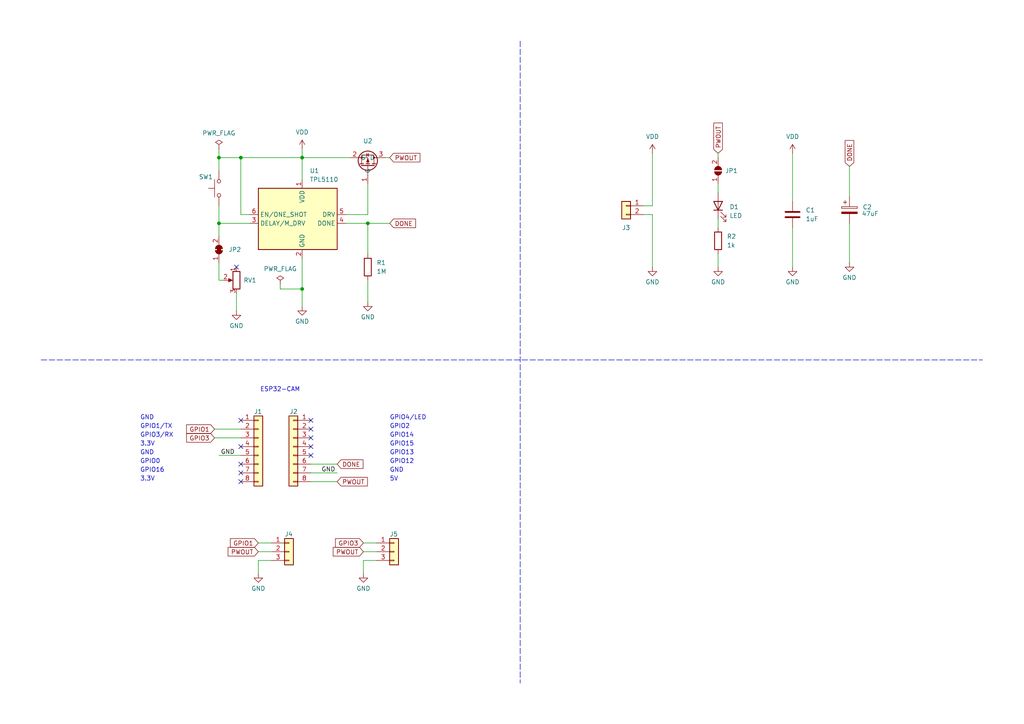
<source format=kicad_sch>
(kicad_sch (version 20230121) (generator eeschema)
  (paper "A4")
  (title_block (title "TPL ESP32-CAM Shield") (date "2024-03-05") (rev "v0.1") (company "CRCibernetica") (comment 1 "Author: Ricardo Mena C"))
  (lib_symbols
    (symbol "Connector_Generic:Conn_01x02" (pin_names (offset 1.016) hide)
      (property "Reference" "J" (at 0 2.54 0))
      (property "Value" "Conn_01x02" (at 0 -5.08 0))
      (symbol "Conn_01x02_1_1"
        (rectangle (start -1.27 -2.413) (end 0 -2.667) (stroke (width 0.1524)))
        (rectangle (start -1.27 0.127) (end 0 -0.127) (stroke (width 0.1524)))
        (rectangle (start -1.27 1.27) (end 1.27 -3.81) (stroke (width 0.254)) (fill (type background)))
        (pin passive line (at -5.08 0 0) (length 3.81) (name "Pin_1") (number "1"))
        (pin passive line (at -5.08 -2.54 0) (length 3.81) (name "Pin_2") (number "2"))
      )
    )
    (symbol "Connector_Generic:Conn_01x03" (pin_names (offset 1.016) hide)
      (property "Reference" "J" (at 0 5.08 0))
      (property "Value" "Conn_01x03" (at 0 -5.08 0))
      (symbol "Conn_01x03_1_1"
        (rectangle (start -1.27 -2.413) (end 0 -2.667) (stroke (width 0.1524)))
        (rectangle (start -1.27 0.127) (end 0 -0.127) (stroke (width 0.1524)))
        (rectangle (start -1.27 2.667) (end 0 2.413) (stroke (width 0.1524)))
        (rectangle (start -1.27 3.81) (end 1.27 -3.81) (stroke (width 0.254)) (fill (type background)))
        (pin passive line (at -5.08 2.54 0) (length 3.81) (name "Pin_1") (number "1"))
        (pin passive line (at -5.08 0 0) (length 3.81) (name "Pin_2") (number "2"))
        (pin passive line (at -5.08 -2.54 0) (length 3.81) (name "Pin_3") (number "3"))
      )
    )
    (symbol "Connector_Generic:Conn_01x08" (pin_names (offset 1.016) hide)
      (property "Reference" "J" (at 0 10.16 0))
      (property "Value" "Conn_01x08" (at 0 -12.7 0))
      (symbol "Conn_01x08_1_1"
        (rectangle (start -1.27 -10.033) (end 0 -10.287) (stroke (width 0.1524)))
        (rectangle (start -1.27 -7.493) (end 0 -7.747) (stroke (width 0.1524)))
        (rectangle (start -1.27 -4.953) (end 0 -5.207) (stroke (width 0.1524)))
        (rectangle (start -1.27 -2.413) (end 0 -2.667) (stroke (width 0.1524)))
        (rectangle (start -1.27 0.127) (end 0 -0.127) (stroke (width 0.1524)))
        (rectangle (start -1.27 2.667) (end 0 2.413) (stroke (width 0.1524)))
        (rectangle (start -1.27 5.207) (end 0 4.953) (stroke (width 0.1524)))
        (rectangle (start -1.27 7.747) (end 0 7.493) (stroke (width 0.1524)))
        (rectangle (start -1.27 8.89) (end 1.27 -11.43) (stroke (width 0.254)) (fill (type background)))
        (pin passive line (at -5.08 7.62 0) (length 3.81) (name "Pin_1") (number "1"))
        (pin passive line (at -5.08 5.08 0) (length 3.81) (name "Pin_2") (number "2"))
        (pin passive line (at -5.08 2.54 0) (length 3.81) (name "Pin_3") (number "3"))
        (pin passive line (at -5.08 0 0) (length 3.81) (name "Pin_4") (number "4"))
        (pin passive line (at -5.08 -2.54 0) (length 3.81) (name "Pin_5") (number "5"))
        (pin passive line (at -5.08 -5.08 0) (length 3.81) (name "Pin_6") (number "6"))
        (pin passive line (at -5.08 -7.62 0) (length 3.81) (name "Pin_7") (number "7"))
        (pin passive line (at -5.08 -10.16 0) (length 3.81) (name "Pin_8") (number "8"))
      )
    )
    (symbol "Device:C" (pin_numbers hide) (pin_names (offset 0.254))
      (property "Reference" "C" (at 0.635 2.54 0))
      (property "Value" "C" (at 0.635 -2.54 0))
      (symbol "C_0_1"
        (polyline (pts (xy -2.032 -0.762) (xy 2.032 -0.762)) (stroke (width 0.508)))
        (polyline (pts (xy -2.032 0.762) (xy 2.032 0.762)) (stroke (width 0.508)))
      )
      (symbol "C_1_1"
        (pin passive line (at 0 3.81 270) (length 2.794) (name "~") (number "1"))
        (pin passive line (at 0 -3.81 90) (length 2.794) (name "~") (number "2"))
      )
    )
    (symbol "Device:C_Polarized" (pin_numbers hide) (pin_names (offset 0.254))
      (property "Reference" "C" (at 0.635 2.54 0))
      (property "Value" "C_Polarized" (at 0.635 -2.54 0))
      (symbol "C_Polarized_0_1"
        (rectangle (start -2.286 0.508) (end 2.286 1.016))
        (polyline (pts (xy -1.778 2.286) (xy -0.762 2.286)))
        (polyline (pts (xy -1.27 2.794) (xy -1.27 1.778)))
        (rectangle (start 2.286 -0.508) (end -2.286 -1.016) (fill (type outline)))
      )
      (symbol "C_Polarized_1_1"
        (pin passive line (at 0 3.81 270) (length 2.794) (name "~") (number "1"))
        (pin passive line (at 0 -3.81 90) (length 2.794) (name "~") (number "2"))
      )
    )
    (symbol "Device:LED" (pin_numbers hide) (pin_names (offset 1.016) hide)
      (property "Reference" "D" (at 0 2.54 0))
      (property "Value" "LED" (at 0 -2.54 0))
      (symbol "LED_0_1"
        (polyline (pts (xy -1.27 -1.27) (xy -1.27 1.27)) (stroke (width 0.254)))
        (polyline (pts (xy -1.27 0) (xy 1.27 0)))
        (polyline (pts (xy 1.27 -1.27) (xy 1.27 1.27) (xy -1.27 0) (xy 1.27 -1.27)) (stroke (width 0.254)))
        (polyline (pts (xy -3.048 -0.762) (xy -4.572 -2.286) (xy -3.81 -2.286) (xy -4.572 -2.286) (xy -4.572 -1.524)))
        (polyline (pts (xy -1.778 -0.762) (xy -3.302 -2.286) (xy -2.54 -2.286) (xy -3.302 -2.286) (xy -3.302 -1.524)))
      )
      (symbol "LED_1_1"
        (pin passive line (at -3.81 0 0) (length 2.54) (name "K") (number "1"))
        (pin passive line (at 3.81 0 180) (length 2.54) (name "A") (number "2"))
      )
    )
    (symbol "Device:R" (pin_numbers hide) (pin_names (offset 0))
      (property "Reference" "R" (at 2.032 0 90))
      (property "Value" "R" (at 0 0 90))
      (symbol "R_0_1"
        (rectangle (start -1.016 -2.54) (end 1.016 2.54) (stroke (width 0.254)))
      )
      (symbol "R_1_1"
        (pin passive line (at 0 3.81 270) (length 1.27) (name "~") (number "1"))
        (pin passive line (at 0 -3.81 90) (length 1.27) (name "~") (number "2"))
      )
    )
    (symbol "Device:R_Potentiometer" (pin_names (offset 1.016) hide)
      (property "Reference" "RV" (at -4.445 0 90))
      (property "Value" "R_Potentiometer" (at -2.54 0 90))
      (symbol "R_Potentiometer_0_1"
        (polyline (pts (xy 2.54 0) (xy 1.524 0)))
        (polyline (pts (xy 1.143 0) (xy 2.286 0.508) (xy 2.286 -0.508) (xy 1.143 0)) (fill (type outline)))
        (rectangle (start 1.016 2.54) (end -1.016 -2.54) (stroke (width 0.254)))
      )
      (symbol "R_Potentiometer_1_1"
        (pin passive line (at 0 3.81 270) (length 1.27) (name "1") (number "1"))
        (pin passive line (at 3.81 0 180) (length 1.27) (name "2") (number "2"))
        (pin passive line (at 0 -3.81 90) (length 1.27) (name "3") (number "3"))
      )
    )
    (symbol "Jumper:SolderJumper_2_Bridged" (pin_names (offset 0) hide)
      (property "Reference" "JP" (at 0 2.032 0))
      (property "Value" "SolderJumper_2_Bridged" (at 0 -2.54 0))
      (symbol "SolderJumper_2_Bridged_0_1"
        (rectangle (start -0.508 0.508) (end 0.508 -0.508) (fill (type outline)))
        (arc (start -0.254 1.016) (mid -1.2656 0) (end -0.254 -1.016))
        (arc (start -0.254 1.016) (mid -1.2656 0) (end -0.254 -1.016) (fill (type outline)))
        (polyline (pts (xy -0.254 1.016) (xy -0.254 -1.016)))
        (polyline (pts (xy 0.254 1.016) (xy 0.254 -1.016)))
        (arc (start 0.254 -1.016) (mid 1.2656 0) (end 0.254 1.016))
        (arc (start 0.254 -1.016) (mid 1.2656 0) (end 0.254 1.016) (fill (type outline)))
      )
      (symbol "SolderJumper_2_Bridged_1_1"
        (pin passive line (at -3.81 0 0) (length 2.54) (name "A") (number "1"))
        (pin passive line (at 3.81 0 180) (length 2.54) (name "B") (number "2"))
      )
    )
    (symbol "Jumper:SolderJumper_2_Open" (pin_names (offset 0) hide)
      (property "Reference" "JP" (at 0 2.032 0))
      (property "Value" "SolderJumper_2_Open" (at 0 -2.54 0))
      (symbol "SolderJumper_2_Open_0_1"
        (arc (start -0.254 1.016) (mid -1.2656 0) (end -0.254 -1.016))
        (arc (start -0.254 1.016) (mid -1.2656 0) (end -0.254 -1.016) (fill (type outline)))
        (polyline (pts (xy -0.254 1.016) (xy -0.254 -1.016)))
        (polyline (pts (xy 0.254 1.016) (xy 0.254 -1.016)))
        (arc (start 0.254 -1.016) (mid 1.2656 0) (end 0.254 1.016))
        (arc (start 0.254 -1.016) (mid 1.2656 0) (end 0.254 1.016) (fill (type outline)))
      )
      (symbol "SolderJumper_2_Open_1_1"
        (pin passive line (at -3.81 0 0) (length 2.54) (name "A") (number "1"))
        (pin passive line (at 3.81 0 180) (length 2.54) (name "B") (number "2"))
      )
    )
    (symbol "Switch:SW_Push" (pin_numbers hide) (pin_names (offset 1.016) hide)
      (property "Reference" "SW" (at 1.27 2.54 0))
      (property "Value" "SW_Push" (at 0 -1.524 0))
      (symbol "SW_Push_0_1"
        (circle (center -2.032 0) (radius 0.508))
        (polyline (pts (xy 0 1.27) (xy 0 3.048)))
        (polyline (pts (xy 2.54 1.27) (xy -2.54 1.27)))
        (circle (center 2.032 0) (radius 0.508))
        (pin passive line (at -5.08 0 0) (length 2.54) (name "1") (number "1"))
        (pin passive line (at 5.08 0 180) (length 2.54) (name "2") (number "2"))
      )
    )
    (symbol "Timer:TPL5110"
      (property "Reference" "U" (at -10.16 8.89 0))
      (property "Value" "TPL5110" (at 6.35 8.89 0))
      (symbol "TPL5110_0_1"
        (rectangle (start -12.7 7.62) (end 10.16 -10.16) (stroke (width 0.254)) (fill (type background)))
      )
      (symbol "TPL5110_1_1"
        (pin power_in line (at 0 10.16 270) (length 2.54) (name "VDD") (number "1"))
        (pin power_in line (at 0 -12.7 90) (length 2.54) (name "GND") (number "2"))
        (pin input line (at -15.24 -2.54 0) (length 2.54) (name "DELAY/M_DRV") (number "3"))
        (pin input line (at 12.7 -2.54 180) (length 2.54) (name "DONE") (number "4"))
        (pin output line (at 12.7 0 180) (length 2.54) (name "DRV") (number "5"))
        (pin input line (at -15.24 0 0) (length 2.54) (name "EN/ONE_SHOT") (number "6"))
      )
    )
    (symbol "local_lib_tpl_esp32_cam:DMG3415U-7"
      (property "Reference" "U" (at 3.81 10.16 0))
      (symbol "DMG3415U-7_0_1"
        (circle (center -0.889 0) (radius 2.794) (stroke (width 0.254)))
        (circle (center 0 -1.778) (radius 0.254) (fill (type outline)))
        (polyline (pts (xy -2.286 0) (xy -5.08 0)))
        (polyline (pts (xy -2.286 1.905) (xy -2.286 -1.905)) (stroke (width 0.254)))
        (polyline (pts (xy -1.778 -1.27) (xy -1.778 -2.286)) (stroke (width 0.254)))
        (polyline (pts (xy -1.778 0.508) (xy -1.778 -0.508)) (stroke (width 0.254)))
        (polyline (pts (xy -1.778 2.286) (xy -1.778 1.27)) (stroke (width 0.254)))
        (polyline (pts (xy 0 2.54) (xy 0 1.778)))
        (polyline (pts (xy 0 -2.54) (xy 0 0) (xy -1.778 0)))
        (polyline (pts (xy -1.778 1.778) (xy 0.762 1.778) (xy 0.762 -1.778) (xy -1.778 -1.778)))
        (polyline (pts (xy -0.254 0) (xy -1.27 0.381) (xy -1.27 -0.381) (xy -0.254 0)) (fill (type outline)))
        (polyline (pts (xy 0.254 -0.508) (xy 0.381 -0.381) (xy 1.143 -0.381) (xy 1.27 -0.254)))
        (polyline (pts (xy 0.762 -0.381) (xy 0.381 0.254) (xy 1.143 0.254) (xy 0.762 -0.381)))
        (circle (center 0 1.778) (radius 0.254) (fill (type outline)))
      )
      (symbol "DMG3415U-7_1_1"
        (pin input line (at -7.62 0 0) (length 2.54) (name "G") (number "1"))
        (pin passive line (at 0 -5.08 90) (length 2.54) (name "S") (number "2"))
        (pin passive line (at 0 5.08 270) (length 2.54) (name "D") (number "3"))
      )
    )
    (symbol "power:GND" (power) (pin_names (offset 0))
      (property "Value" "GND" (at 0 -3.81 0))
      (symbol "GND_0_1"
        (polyline (pts (xy 0 0) (xy 0 -1.27) (xy 1.27 -1.27) (xy 0 -2.54) (xy -1.27 -1.27) (xy 0 -1.27)))
      )
      (symbol "GND_1_1"
        (pin power_in line (at 0 0 270) (length 0) hide (name "GND") (number "1"))
      )
    )
    (symbol "power:PWR_FLAG" (power) (pin_numbers hide) (pin_names (offset 0) hide)
      (property "Value" "PWR_FLAG" (at 0 3.81 0))
      (symbol "PWR_FLAG_0_0"
        (pin power_out line (at 0 0 90) (length 0) (name "pwr") (number "1"))
      )
      (symbol "PWR_FLAG_0_1"
        (polyline (pts (xy 0 0) (xy 0 1.27) (xy -1.016 1.905) (xy 0 2.54) (xy 1.016 1.905) (xy 0 1.27)))
      )
    )
    (symbol "power:VDD" (power) (pin_names (offset 0))
      (property "Value" "VDD" (at 0 3.81 0))
      (symbol "VDD_0_1"
        (polyline (pts (xy -0.762 1.27) (xy 0 2.54)))
        (polyline (pts (xy 0 0) (xy 0 2.54)))
        (polyline (pts (xy 0 2.54) (xy 0.762 1.27)))
      )
      (symbol "VDD_1_1"
        (pin power_in line (at 0 0 90) (length 0) hide (name "VDD") (number "1"))
      )
    )
  )
  (junction (at 69.85 45.72))
  (junction (at 106.68 64.77))
  (junction (at 87.63 83.82))
  (junction (at 63.5 45.72))
  (junction (at 87.63 45.72))
  (junction (at 63.5 64.77))
  (no_connect (at 69.85 139.7))
  (no_connect (at 90.17 127))
  (no_connect (at 90.17 121.92))
  (no_connect (at 90.17 124.46))
  (no_connect (at 90.17 132.08))
  (no_connect (at 69.85 137.16))
  (no_connect (at 90.17 129.54))
  (no_connect (at 69.85 121.92))
  (no_connect (at 69.85 134.62))
  (no_connect (at 68.58 77.47))
  (no_connect (at 69.85 129.54))
  (wire (pts (xy 100.33 64.77) (xy 106.68 64.77)))
  (wire (pts (xy 62.23 124.46) (xy 69.85 124.46)))
  (wire (pts (xy 63.5 64.77) (xy 63.5 68.58)))
  (wire (pts (xy 63.5 45.72) (xy 69.85 45.72)))
  (wire (pts (xy 62.23 127) (xy 69.85 127)))
  (wire (pts (xy 105.41 157.48) (xy 109.22 157.48)))
  (wire (pts (xy 208.28 44.45) (xy 208.28 45.72)))
  (wire (pts (xy 229.87 66.04) (xy 229.87 77.47)))
  (wire (pts (xy 69.85 62.23) (xy 69.85 45.72)))
  (wire (pts (xy 78.74 162.56) (xy 74.93 162.56)))
  (wire (pts (xy 90.17 139.7) (xy 97.79 139.7)))
  (wire (pts (xy 63.5 64.77) (xy 72.39 64.77)))
  (wire (pts (xy 81.28 82.55) (xy 81.28 83.82)))
  (wire (pts (xy 105.41 160.02) (xy 109.22 160.02)))
  (wire (pts (xy 63.5 81.28) (xy 63.5 76.2)))
  (wire (pts (xy 208.28 53.34) (xy 208.28 55.88)))
  (wire (pts (xy 106.68 64.77) (xy 113.03 64.77)))
  (wire (pts (xy 63.5 43.18) (xy 63.5 45.72)))
  (wire (pts (xy 229.87 44.45) (xy 229.87 58.42)))
  (wire (pts (xy 74.93 157.48) (xy 78.74 157.48)))
  (wire (pts (xy 63.5 49.53) (xy 63.5 45.72)))
  (wire (pts (xy 68.58 85.09) (xy 68.58 90.17)))
  (wire (pts (xy 69.85 45.72) (xy 87.63 45.72)))
  (wire (pts (xy 189.23 44.45) (xy 189.23 59.69)))
  (wire (pts (xy 111.76 45.72) (xy 113.03 45.72)))
  (wire (pts (xy 87.63 74.93) (xy 87.63 83.82)))
  (wire (pts (xy 63.5 132.08) (xy 69.85 132.08)))
  (wire (pts (xy 64.77 81.28) (xy 63.5 81.28)))
  (wire (pts (xy 106.68 64.77) (xy 106.68 73.66)))
  (wire (pts (xy 87.63 83.82) (xy 87.63 88.9)))
  (wire (pts (xy 189.23 62.23) (xy 189.23 77.47)))
  (wire (pts (xy 74.93 162.56) (xy 74.93 166.37)))
  (polyline (pts (xy 150.876 11.938) (xy 150.876 198.12)) (stroke (width 0) (type dash)))
  (wire (pts (xy 81.28 83.82) (xy 87.63 83.82)))
  (wire (pts (xy 189.23 59.69) (xy 186.69 59.69)))
  (wire (pts (xy 106.68 53.34) (xy 106.68 62.23)))
  (wire (pts (xy 87.63 45.72) (xy 87.63 52.07)))
  (wire (pts (xy 90.17 137.16) (xy 97.79 137.16)))
  (wire (pts (xy 208.28 63.5) (xy 208.28 66.04)))
  (wire (pts (xy 100.33 62.23) (xy 106.68 62.23)))
  (wire (pts (xy 109.22 162.56) (xy 105.41 162.56)))
  (wire (pts (xy 106.68 81.28) (xy 106.68 87.63)))
  (wire (pts (xy 208.28 73.66) (xy 208.28 77.47)))
  (wire (pts (xy 105.41 162.56) (xy 105.41 166.37)))
  (polyline (pts (xy 11.938 104.394) (xy 284.988 104.394)) (stroke (width 0) (type dash)))
  (wire (pts (xy 63.5 64.77) (xy 63.5 59.69)))
  (wire (pts (xy 87.63 43.18) (xy 87.63 45.72)))
  (wire (pts (xy 72.39 62.23) (xy 69.85 62.23)))
  (wire (pts (xy 186.69 62.23) (xy 189.23 62.23)))
  (wire (pts (xy 90.17 134.62) (xy 97.79 134.62)))
  (wire (pts (xy 246.38 48.26) (xy 246.38 57.15)))
  (wire (pts (xy 74.93 160.02) (xy 78.74 160.02)))
  (wire (pts (xy 87.63 45.72) (xy 101.6 45.72)))
  (wire (pts (xy 246.38 64.77) (xy 246.38 76.2)))
  (text "GND" (at 40.64 121.92 0) (effects (font (size 1.27 1.27)) (justify left bottom)))
  (text "GPIO13" (at 113.03 132.08 0) (effects (font (size 1.27 1.27)) (justify left bottom)))
  (text "GPIO12" (at 113.03 134.62 0) (effects (font (size 1.27 1.27)) (justify left bottom)))
  (text "GND" (at 113.03 137.16 0) (effects (font (size 1.27 1.27)) (justify left bottom)))
  (text "GPIO0" (at 40.64 134.62 0) (effects (font (size 1.27 1.27)) (justify left bottom)))
  (text "GPIO4/LED" (at 113.03 121.92 0) (effects (font (size 1.27 1.27)) (justify left bottom)))
  (text "GPIO15" (at 113.03 129.54 0) (effects (font (size 1.27 1.27)) (justify left bottom)))
  (text "GPIO16" (at 40.64 137.16 0) (effects (font (size 1.27 1.27)) (justify left bottom)))
  (text "3.3V" (at 40.64 129.54 0) (effects (font (size 1.27 1.27)) (justify left bottom)))
  (text "GPIO2" (at 113.03 124.46 0) (effects (font (size 1.27 1.27)) (justify left bottom)))
  (text "5V" (at 113.03 139.7 0) (effects (font (size 1.27 1.27)) (justify left bottom)))
  (text "3.3V" (at 40.64 139.7 0) (effects (font (size 1.27 1.27)) (justify left bottom)))
  (text "ESP32-CAM" (at 75.438 113.792 0) (effects (font (size 1.27 1.27)) (justify left bottom)))
  (text "GPIO3/RX" (at 40.64 127 0) (effects (font (size 1.27 1.27)) (justify left bottom)))
  (text "GPIO14" (at 113.03 127 0) (effects (font (size 1.27 1.27)) (justify left bottom)))
  (text "GPIO1/TX" (at 40.64 124.46 0) (effects (font (size 1.27 1.27)) (justify left bottom)))
  (text "GND" (at 40.64 132.08 0) (effects (font (size 1.27 1.27)) (justify left bottom)))
  (label "GND" (at 97.282 137.16 180))
  (label "GND" (at 64.008 132.08 0))
  (global_label "PWOUT" (shape input) (at 105.41 160.02 180) (property "Intersheetrefs" "${INTERSHEET_REFS}" (effects hide)))
  (global_label "DONE" (shape input) (at 97.79 134.62 0) (property "Intersheetrefs" "${INTERSHEET_REFS}" (effects hide)))
  (global_label "DONE" (shape input) (at 113.03 64.77 0) (property "Intersheetrefs" "${INTERSHEET_REFS}" (effects hide)))
  (global_label "GPIO1" (shape input) (at 74.93 157.48 180) (property "Intersheetrefs" "${INTERSHEET_REFS}" (effects hide)))
  (global_label "GPIO3" (shape input) (at 62.23 127 180) (property "Intersheetrefs" "${INTERSHEET_REFS}" (effects hide)))
  (global_label "PWOUT" (shape input) (at 97.79 139.7 0) (property "Intersheetrefs" "${INTERSHEET_REFS}" (effects hide)))
  (global_label "GPIO1" (shape input) (at 62.23 124.46 180) (property "Intersheetrefs" "${INTERSHEET_REFS}" (effects hide)))
  (global_label "GPIO3" (shape input) (at 105.41 157.48 180) (property "Intersheetrefs" "${INTERSHEET_REFS}" (effects hide)))
  (global_label "PWOUT" (shape input) (at 74.93 160.02 180) (property "Intersheetrefs" "${INTERSHEET_REFS}" (effects hide)))
  (global_label "PWOUT" (shape input) (at 208.28 44.45 90) (property "Intersheetrefs" "${INTERSHEET_REFS}" (effects hide)))
  (global_label "DONE" (shape input) (at 246.38 48.26 90) (property "Intersheetrefs" "${INTERSHEET_REFS}" (effects hide)))
  (global_label "PWOUT" (shape input) (at 113.03 45.72 0) (property "Intersheetrefs" "${INTERSHEET_REFS}" (effects hide)))
  (symbol (lib_id "Jumper:SolderJumper_2_Open") (at 208.28 49.53 90) (unit 1)
    (property "Reference" "JP1" (at 210.312 49.53 90) (effects (justify right)))
    (property "Value" "SolderJumper_2_Open" (effects hide))
    (property "Footprint" "Jumper:SolderJumper-2_P1.3mm_Open_RoundedPad1.0x1.5mm" (effects hide))
  )
  (symbol (lib_id "Connector_Generic:Conn_01x08") (at 74.93 129.54 0) (unit 1)
    (property "Reference" "J1" (at 73.66 119.38 0) (effects (justify left)))
    (property "Value" "Conn_01x08" (effects hide))
    (property "Footprint" "Connector_PinSocket_2.54mm:PinSocket_1x08_P2.54mm_Vertical" (effects hide))
  )
  (symbol (lib_id "Switch:SW_Push") (at 63.5 54.61 90) (unit 1)
    (property "Reference" "SW1" (at 57.658 51.308 90) (effects (justify right)))
    (property "Value" "SW_Push" (effects hide))
    (property "Footprint" "local_lib_tpl_esp32_cam:SKRKAEE020" (effects hide))
    (property "Mfr" "C115357" (effects hide))
  )
  (symbol (lib_id "power:GND") (at 208.28 77.47 0) (unit 1)
    (property "Reference" "#PWR010" (effects hide))
    (property "Value" "GND" (at 208.28 81.788 0))
  )
  (symbol (lib_id "power:VDD") (at 87.63 43.18 0) (unit 1)
    (property "Reference" "#PWR02" (effects hide))
    (property "Value" "VDD" (at 87.63 38.354 0))
  )
  (symbol (lib_id "power:GND") (at 87.63 88.9 0) (unit 1)
    (property "Reference" "#PWR05" (effects hide))
    (property "Value" "GND" (at 87.63 93.218 0))
  )
  (symbol (lib_id "power:GND") (at 106.68 87.63 0) (unit 1)
    (property "Reference" "#PWR06" (effects hide))
    (property "Value" "GND" (at 106.68 91.948 0))
  )
  (symbol (lib_id "power:GND") (at 189.23 77.47 0) (unit 1)
    (property "Reference" "#PWR04" (effects hide))
    (property "Value" "GND" (at 189.23 81.788 0))
  )
  (symbol (lib_id "Connector_Generic:Conn_01x08") (at 85.09 129.54 0) (mirror y) (unit 1)
    (property "Reference" "J2" (at 86.36 119.38 0) (effects (justify left)))
    (property "Value" "Conn_01x08" (effects hide))
    (property "Footprint" "Connector_PinSocket_2.54mm:PinSocket_1x08_P2.54mm_Vertical" (effects hide))
  )
  (symbol (lib_id "Connector_Generic:Conn_01x02") (at 181.61 59.69 0) (mirror y) (unit 1)
    (property "Reference" "J3" (at 181.61 66.04 0))
    (property "Value" "Conn_01x02" (effects hide))
    (property "Footprint" "Connector_JST:JST_PH_B2B-PH-SM4-TB_1x02-1MP_P2.00mm_Vertical" (effects hide))
    (property "Mfr" "C160352" (effects hide))
  )
  (symbol (lib_id "local_lib_tpl_esp32_cam:DMG3415U-7") (at 106.68 45.72 270) (mirror x) (unit 1)
    (property "Reference" "U2" (at 106.68 40.894 90))
    (property "Value" "DMG3415" (effects hide))
    (property "Footprint" "SOT-23" (effects hide))
  )
  (symbol (lib_id "Device:LED") (at 208.28 59.69 90) (unit 1)
    (property "Reference" "D1" (at 211.582 60.0075 90) (effects (justify right)))
    (property "Value" "LED" (at 211.582 62.5475 90) (effects (justify right)))
    (property "Footprint" "LED_SMD:LED_0603_1608Metric" (effects hide))
  )
  (symbol (lib_id "Device:R") (at 208.28 69.85 0) (unit 1)
    (property "Reference" "R2" (at 210.82 68.58 0) (effects (justify left)))
    (property "Value" "1k" (at 210.82 71.12 0) (effects (justify left)))
    (property "Footprint" "Resistor_SMD:R_0805_2012Metric" (effects hide))
  )
  (symbol (lib_id "Jumper:SolderJumper_2_Bridged") (at 63.5 72.39 90) (unit 1)
    (property "Reference" "JP2" (at 66.294 72.39 90) (effects (justify right)))
    (property "Value" "SolderJumper_2_Bridged" (effects hide))
    (property "Footprint" "Jumper:SolderJumper-2_P1.3mm_Bridged_RoundedPad1.0x1.5mm" (effects hide))
  )
  (symbol (lib_id "Connector_Generic:Conn_01x03") (at 83.82 160.02 0) (unit 1)
    (property "Reference" "J4" (at 82.55 154.94 0) (effects (justify left)))
    (property "Value" "Conn_01x03" (effects hide))
    (property "Footprint" "Connector_PinHeader_2.54mm:PinHeader_1x03_P2.54mm_Vertical" (effects hide))
  )
  (symbol (lib_id "Device:C") (at 229.87 62.23 0) (unit 1)
    (property "Reference" "C1" (at 233.68 60.96 0) (effects (justify left)))
    (property "Value" "1uF" (at 233.68 63.5 0) (effects (justify left)))
    (property "Footprint" "Capacitor_SMD:C_0805_2012Metric" (effects hide))
  )
  (symbol (lib_id "power:VDD") (at 229.87 44.45 0) (unit 1)
    (property "Reference" "#PWR07" (effects hide))
    (property "Value" "VDD" (at 229.87 39.624 0))
  )
  (symbol (lib_id "power:GND") (at 105.41 166.37 0) (unit 1)
    (property "Reference" "#PWR014" (effects hide))
    (property "Value" "GND" (at 105.41 170.688 0))
  )
  (symbol (lib_id "Connector_Generic:Conn_01x03") (at 114.3 160.02 0) (unit 1)
    (property "Reference" "J5" (at 113.03 154.94 0) (effects (justify left)))
    (property "Value" "Conn_01x03" (effects hide))
    (property "Footprint" "Connector_PinHeader_2.54mm:PinHeader_1x03_P2.54mm_Vertical" (effects hide))
  )
  (symbol (lib_id "Timer:TPL5110") (at 87.63 62.23 0) (unit 1)
    (property "Reference" "U1" (at 89.8241 49.53 0) (effects (justify left)))
    (property "Value" "TPL5110" (at 89.8241 52.07 0) (effects (justify left)))
    (property "Footprint" "Package_TO_SOT_SMD:TSOT-23-6" (effects hide))
    (property "Datasheet" "http://www.ti.com/lit/ds/symlink/tpl5110.pdf" (effects hide))
  )
  (symbol (lib_id "power:GND") (at 229.87 77.47 0) (unit 1)
    (property "Reference" "#PWR08" (effects hide))
    (property "Value" "GND" (at 229.87 81.788 0))
  )
  (symbol (lib_id "power:GND") (at 68.58 90.17 0) (unit 1)
    (property "Reference" "#PWR01" (effects hide))
    (property "Value" "GND" (at 68.58 94.488 0))
  )
  (symbol (lib_id "power:GND") (at 246.38 76.2 0) (unit 1)
    (property "Reference" "#PWR011" (effects hide))
    (property "Value" "GND" (at 246.38 80.518 0))
  )
  (symbol (lib_id "Device:C_Polarized") (at 246.38 60.96 0) (unit 1)
    (property "Reference" "C2" (at 250.19 60.071 0) (effects (justify left)))
    (property "Value" "47uF" (at 249.936 61.976 0) (effects (justify left)))
    (property "Footprint" "Capacitor_SMD:CP_Elec_5x5.4" (effects hide))
    (property "Mfr" "C4747957" (effects hide))
  )
  (symbol (lib_id "Device:R_Potentiometer") (at 68.58 81.28 0) (mirror y) (unit 1)
    (property "Reference" "RV1" (at 70.612 81.28 0) (effects (justify right)))
    (property "Value" "200k" (effects hide))
    (property "Footprint" "Potentiometer_SMD:Potentiometer_Bourns_TC33X_Vertical" (effects hide))
    (property "Mfr" "VG039NCHXTB204" (effects hide))
  )
  (symbol (lib_id "power:PWR_FLAG") (at 81.28 82.55 0) (unit 1)
    (property "Reference" "#FLG02" (effects hide))
    (property "Value" "PWR_FLAG" (at 81.28 77.978 0))
  )
  (symbol (lib_id "power:GND") (at 74.93 166.37 0) (unit 1)
    (property "Reference" "#PWR013" (effects hide))
    (property "Value" "GND" (at 74.93 170.688 0))
  )
  (symbol (lib_id "Device:R") (at 106.68 77.47 0) (unit 1)
    (property "Reference" "R1" (at 109.22 76.2 0) (effects (justify left)))
    (property "Value" "1M" (at 109.22 78.74 0) (effects (justify left)))
    (property "Footprint" "Resistor_SMD:R_0805_2012Metric" (effects hide))
  )
  (symbol (lib_id "power:PWR_FLAG") (at 63.5 43.18 0) (unit 1)
    (property "Reference" "#FLG01" (effects hide))
    (property "Value" "PWR_FLAG" (at 63.5 38.608 0))
  )
  (symbol (lib_id "power:VDD") (at 189.23 44.45 0) (unit 1)
    (property "Reference" "#PWR03" (effects hide))
    (property "Value" "VDD" (at 189.23 39.624 0))
  )
)
</source>
